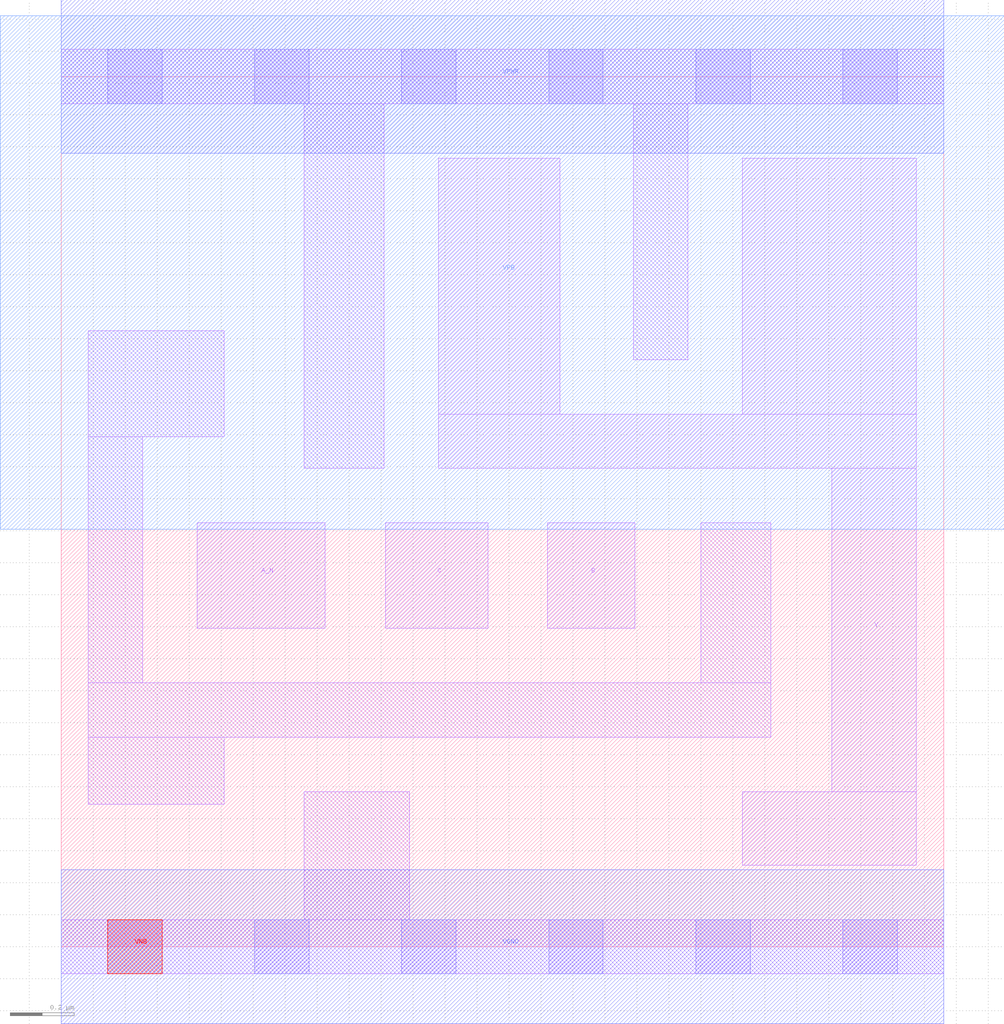
<source format=lef>
# Copyright 2020 The SkyWater PDK Authors
#
# Licensed under the Apache License, Version 2.0 (the "License");
# you may not use this file except in compliance with the License.
# You may obtain a copy of the License at
#
#     https://www.apache.org/licenses/LICENSE-2.0
#
# Unless required by applicable law or agreed to in writing, software
# distributed under the License is distributed on an "AS IS" BASIS,
# WITHOUT WARRANTIES OR CONDITIONS OF ANY KIND, either express or implied.
# See the License for the specific language governing permissions and
# limitations under the License.
#
# SPDX-License-Identifier: Apache-2.0

VERSION 5.7 ;
  NOWIREEXTENSIONATPIN ON ;
  DIVIDERCHAR "/" ;
  BUSBITCHARS "[]" ;
PROPERTYDEFINITIONS
  MACRO maskLayoutSubType STRING ;
  MACRO prCellType STRING ;
  MACRO originalViewName STRING ;
END PROPERTYDEFINITIONS
MACRO sky130_fd_sc_hdll__nand3b_1
  CLASS CORE ;
  FOREIGN sky130_fd_sc_hdll__nand3b_1 ;
  ORIGIN  0.000000  0.000000 ;
  SIZE  2.760000 BY  2.720000 ;
  SYMMETRY X Y R90 ;
  SITE unithd ;
  PIN A_N
    ANTENNAGATEAREA  0.138600 ;
    DIRECTION INPUT ;
    USE SIGNAL ;
    PORT
      LAYER li1 ;
        RECT 0.425000 0.995000 0.825000 1.325000 ;
    END
  END A_N
  PIN B
    ANTENNAGATEAREA  0.277500 ;
    DIRECTION INPUT ;
    USE SIGNAL ;
    PORT
      LAYER li1 ;
        RECT 1.520000 0.995000 1.795000 1.325000 ;
    END
  END B
  PIN C
    ANTENNAGATEAREA  0.277500 ;
    DIRECTION INPUT ;
    USE SIGNAL ;
    PORT
      LAYER li1 ;
        RECT 1.015000 0.995000 1.335000 1.325000 ;
    END
  END C
  PIN VGND
    ANTENNADIFFAREA  0.233000 ;
    DIRECTION INOUT ;
    USE SIGNAL ;
    PORT
      LAYER met1 ;
        RECT 0.000000 -0.240000 2.760000 0.240000 ;
    END
  END VGND
  PIN VNB
    PORT
      LAYER pwell ;
        RECT 0.145000 -0.085000 0.315000 0.085000 ;
    END
  END VNB
  PIN VPB
    PORT
      LAYER nwell ;
        RECT -0.190000 1.305000 2.950000 2.910000 ;
    END
  END VPB
  PIN VPWR
    ANTENNADIFFAREA  0.605700 ;
    DIRECTION INOUT ;
    USE SIGNAL ;
    PORT
      LAYER met1 ;
        RECT 0.000000 2.480000 2.760000 2.960000 ;
    END
  END VPWR
  PIN Y
    ANTENNADIFFAREA  0.775250 ;
    DIRECTION OUTPUT ;
    USE SIGNAL ;
    PORT
      LAYER li1 ;
        RECT 1.180000 1.495000 2.675000 1.665000 ;
        RECT 1.180000 1.665000 1.560000 2.465000 ;
        RECT 2.130000 0.255000 2.675000 0.485000 ;
        RECT 2.130000 1.665000 2.675000 2.465000 ;
        RECT 2.410000 0.485000 2.675000 1.495000 ;
    END
  END Y
  OBS
    LAYER li1 ;
      RECT 0.000000 -0.085000 2.760000 0.085000 ;
      RECT 0.000000  2.635000 2.760000 2.805000 ;
      RECT 0.085000  0.445000 0.510000 0.655000 ;
      RECT 0.085000  0.655000 2.220000 0.825000 ;
      RECT 0.085000  0.825000 0.255000 1.595000 ;
      RECT 0.085000  1.595000 0.510000 1.925000 ;
      RECT 0.760000  0.085000 1.090000 0.485000 ;
      RECT 0.760000  1.495000 1.010000 2.635000 ;
      RECT 1.790000  1.835000 1.960000 2.635000 ;
      RECT 2.000000  0.825000 2.220000 1.325000 ;
    LAYER mcon ;
      RECT 0.145000 -0.085000 0.315000 0.085000 ;
      RECT 0.145000  2.635000 0.315000 2.805000 ;
      RECT 0.605000 -0.085000 0.775000 0.085000 ;
      RECT 0.605000  2.635000 0.775000 2.805000 ;
      RECT 1.065000 -0.085000 1.235000 0.085000 ;
      RECT 1.065000  2.635000 1.235000 2.805000 ;
      RECT 1.525000 -0.085000 1.695000 0.085000 ;
      RECT 1.525000  2.635000 1.695000 2.805000 ;
      RECT 1.985000 -0.085000 2.155000 0.085000 ;
      RECT 1.985000  2.635000 2.155000 2.805000 ;
      RECT 2.445000 -0.085000 2.615000 0.085000 ;
      RECT 2.445000  2.635000 2.615000 2.805000 ;
  END
  PROPERTY maskLayoutSubType "abstract" ;
  PROPERTY prCellType "standard" ;
  PROPERTY originalViewName "layout" ;
END sky130_fd_sc_hdll__nand3b_1
END LIBRARY

</source>
